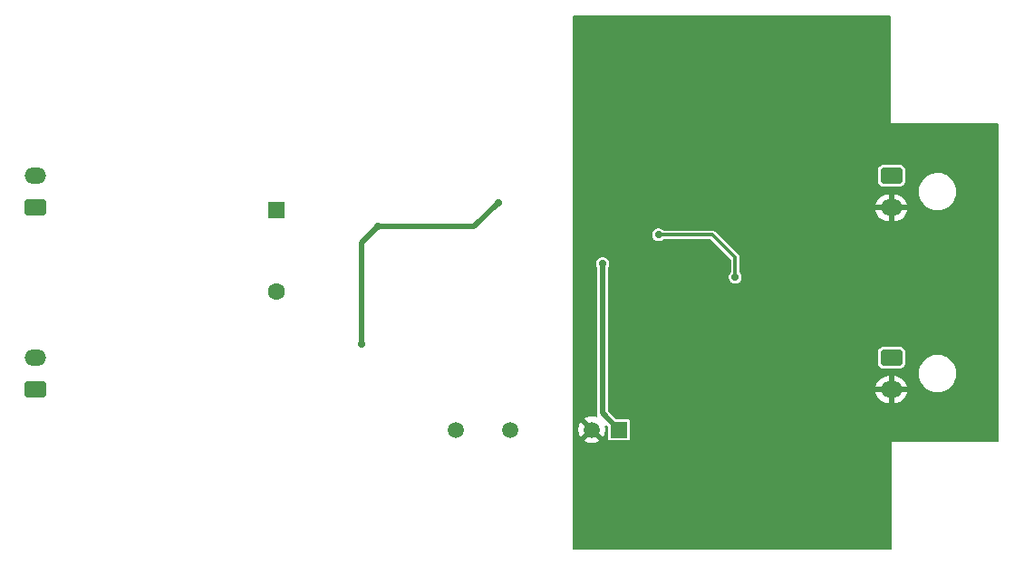
<source format=gbr>
%TF.GenerationSoftware,KiCad,Pcbnew,9.0.2*%
%TF.CreationDate,2025-07-25T15:12:23+08:00*%
%TF.ProjectId,tsal_r_v3,7473616c-5f72-45f7-9633-2e6b69636164,rev?*%
%TF.SameCoordinates,Original*%
%TF.FileFunction,Copper,L2,Bot*%
%TF.FilePolarity,Positive*%
%FSLAX46Y46*%
G04 Gerber Fmt 4.6, Leading zero omitted, Abs format (unit mm)*
G04 Created by KiCad (PCBNEW 9.0.2) date 2025-07-25 15:12:23*
%MOMM*%
%LPD*%
G01*
G04 APERTURE LIST*
G04 Aperture macros list*
%AMRoundRect*
0 Rectangle with rounded corners*
0 $1 Rounding radius*
0 $2 $3 $4 $5 $6 $7 $8 $9 X,Y pos of 4 corners*
0 Add a 4 corners polygon primitive as box body*
4,1,4,$2,$3,$4,$5,$6,$7,$8,$9,$2,$3,0*
0 Add four circle primitives for the rounded corners*
1,1,$1+$1,$2,$3*
1,1,$1+$1,$4,$5*
1,1,$1+$1,$6,$7*
1,1,$1+$1,$8,$9*
0 Add four rect primitives between the rounded corners*
20,1,$1+$1,$2,$3,$4,$5,0*
20,1,$1+$1,$4,$5,$6,$7,0*
20,1,$1+$1,$6,$7,$8,$9,0*
20,1,$1+$1,$8,$9,$2,$3,0*%
G04 Aperture macros list end*
%TA.AperFunction,ComponentPad*%
%ADD10R,1.500000X1.500000*%
%TD*%
%TA.AperFunction,ComponentPad*%
%ADD11C,1.500000*%
%TD*%
%TA.AperFunction,ComponentPad*%
%ADD12RoundRect,0.250001X0.759999X-0.499999X0.759999X0.499999X-0.759999X0.499999X-0.759999X-0.499999X0*%
%TD*%
%TA.AperFunction,ComponentPad*%
%ADD13O,2.020000X1.500000*%
%TD*%
%TA.AperFunction,ComponentPad*%
%ADD14RoundRect,0.250001X-0.759999X0.499999X-0.759999X-0.499999X0.759999X-0.499999X0.759999X0.499999X0*%
%TD*%
%TA.AperFunction,ComponentPad*%
%ADD15RoundRect,0.250000X-0.550000X0.550000X-0.550000X-0.550000X0.550000X-0.550000X0.550000X0.550000X0*%
%TD*%
%TA.AperFunction,ComponentPad*%
%ADD16C,1.600000*%
%TD*%
%TA.AperFunction,ViaPad*%
%ADD17C,0.700000*%
%TD*%
%TA.AperFunction,Conductor*%
%ADD18C,0.500000*%
%TD*%
%TA.AperFunction,Conductor*%
%ADD19C,0.300000*%
%TD*%
G04 APERTURE END LIST*
D10*
%TO.P,U3,1,+Vin*%
%TO.N,VCC*%
X79540000Y-113750000D03*
D11*
%TO.P,U3,2,-Vin*%
%TO.N,GLV-*%
X77000000Y-113750000D03*
%TO.P,U3,4,-Vout*%
%TO.N,GND*%
X69380000Y-113750000D03*
%TO.P,U3,6,+Vout*%
%TO.N,+12V*%
X64300000Y-113750000D03*
%TD*%
D12*
%TO.P,J2,1,Pin_1*%
%TO.N,GND*%
X25000000Y-110000000D03*
D13*
%TO.P,J2,2,Pin_2*%
X25000000Y-107000000D03*
%TD*%
D14*
%TO.P,J3,1,Pin_1*%
%TO.N,GLV+*%
X105000000Y-90000000D03*
D13*
%TO.P,J3,2,Pin_2*%
%TO.N,GLV-*%
X105000000Y-93000000D03*
%TD*%
D12*
%TO.P,J1,1,Pin_1*%
%TO.N,Net-(J1-Pin_1)*%
X25000000Y-93000000D03*
D13*
%TO.P,J1,2,Pin_2*%
X25000000Y-90000000D03*
%TD*%
D15*
%TO.P,D1,1,K*%
%TO.N,/Vin*%
X47500000Y-93250000D03*
D16*
%TO.P,D1,2,A*%
%TO.N,GND*%
X47500000Y-100870000D03*
%TD*%
D14*
%TO.P,J4,1,Pin_1*%
%TO.N,/RED+*%
X105000000Y-107000000D03*
D13*
%TO.P,J4,2,Pin_2*%
%TO.N,GLV-*%
X105000000Y-110000000D03*
%TD*%
D17*
%TO.N,+12V*%
X57000000Y-94730000D03*
X68250000Y-92500000D03*
X55500000Y-105750000D03*
%TO.N,VCC*%
X78015000Y-98230000D03*
%TO.N,GLV-*%
X87500000Y-77500000D03*
X87500000Y-117500000D03*
X102500000Y-82500000D03*
X97500000Y-122500000D03*
X97500000Y-117500000D03*
X87500000Y-122500000D03*
X92500000Y-122500000D03*
X92500000Y-77500000D03*
X82500000Y-85000000D03*
X95000000Y-105000000D03*
X77500000Y-117500000D03*
X97500000Y-77500000D03*
X110000000Y-100000000D03*
X102500000Y-122500000D03*
X87500000Y-85000000D03*
X102500000Y-77500000D03*
X92500000Y-117500000D03*
X82500000Y-117500000D03*
X77400000Y-82400000D03*
X102500000Y-117500000D03*
%TO.N,Net-(U2-R)*%
X83250000Y-95532500D03*
X90405000Y-99500000D03*
%TD*%
D18*
%TO.N,+12V*%
X66020000Y-94730000D02*
X57000000Y-94730000D01*
X55500000Y-96230000D02*
X55500000Y-105750000D01*
X57000000Y-94730000D02*
X55500000Y-96230000D01*
X68250000Y-92500000D02*
X66020000Y-94730000D01*
%TO.N,VCC*%
X78015000Y-112225000D02*
X78015000Y-98230000D01*
X79540000Y-113750000D02*
X78015000Y-112225000D01*
D19*
%TO.N,Net-(U2-R)*%
X83250000Y-95532500D02*
X88282500Y-95532500D01*
X90405000Y-97655000D02*
X90405000Y-99500000D01*
X88282500Y-95532500D02*
X90405000Y-97655000D01*
%TD*%
%TA.AperFunction,Conductor*%
%TO.N,GLV-*%
G36*
X104843039Y-75020185D02*
G01*
X104888794Y-75072989D01*
X104900000Y-75124500D01*
X104900000Y-85100000D01*
X114875500Y-85100000D01*
X114942539Y-85119685D01*
X114988294Y-85172489D01*
X114999500Y-85224000D01*
X114999500Y-114776000D01*
X114979815Y-114843039D01*
X114927011Y-114888794D01*
X114875500Y-114900000D01*
X105000000Y-114900000D01*
X105000000Y-124875500D01*
X104980315Y-124942539D01*
X104927511Y-124988294D01*
X104876000Y-124999500D01*
X75374000Y-124999500D01*
X75306961Y-124979815D01*
X75261206Y-124927011D01*
X75250000Y-124875500D01*
X75250000Y-113651617D01*
X75750000Y-113651617D01*
X75750000Y-113848382D01*
X75780778Y-114042705D01*
X75841581Y-114229835D01*
X75930905Y-114405145D01*
X75956319Y-114440125D01*
X75956320Y-114440125D01*
X76517037Y-113879408D01*
X76534075Y-113942993D01*
X76599901Y-114057007D01*
X76692993Y-114150099D01*
X76807007Y-114215925D01*
X76870590Y-114232962D01*
X76309873Y-114793677D01*
X76309873Y-114793678D01*
X76344858Y-114819096D01*
X76520164Y-114908418D01*
X76707294Y-114969221D01*
X76901618Y-115000000D01*
X77098382Y-115000000D01*
X77292705Y-114969221D01*
X77479835Y-114908418D01*
X77655143Y-114819095D01*
X77690125Y-114793678D01*
X77690126Y-114793678D01*
X77129410Y-114232962D01*
X77192993Y-114215925D01*
X77307007Y-114150099D01*
X77400099Y-114057007D01*
X77465925Y-113942993D01*
X77482962Y-113879409D01*
X78043678Y-114440126D01*
X78043678Y-114440125D01*
X78069095Y-114405143D01*
X78158418Y-114229835D01*
X78219221Y-114042705D01*
X78250000Y-113848382D01*
X78250000Y-113651618D01*
X78219716Y-113460421D01*
X78228670Y-113391127D01*
X78273666Y-113337675D01*
X78340418Y-113317035D01*
X78407731Y-113335759D01*
X78429870Y-113353341D01*
X78499181Y-113422652D01*
X78532666Y-113483975D01*
X78535500Y-113510333D01*
X78535500Y-114525063D01*
X78550266Y-114599301D01*
X78606515Y-114683484D01*
X78640234Y-114706014D01*
X78690699Y-114739734D01*
X78690702Y-114739734D01*
X78690703Y-114739735D01*
X78715666Y-114744700D01*
X78764933Y-114754500D01*
X80315066Y-114754499D01*
X80389301Y-114739734D01*
X80473484Y-114683484D01*
X80529734Y-114599301D01*
X80544500Y-114525067D01*
X80544499Y-112974934D01*
X80529734Y-112900699D01*
X80511068Y-112872765D01*
X80473484Y-112816515D01*
X80423019Y-112782796D01*
X80389301Y-112760266D01*
X80389299Y-112760265D01*
X80389296Y-112760264D01*
X80315071Y-112745500D01*
X80315067Y-112745500D01*
X79300333Y-112745500D01*
X79233294Y-112725815D01*
X79212652Y-112709181D01*
X78555819Y-112052348D01*
X78522334Y-111991025D01*
X78519500Y-111964667D01*
X78519500Y-109750000D01*
X103514016Y-109750000D01*
X104555440Y-109750000D01*
X104524755Y-109803147D01*
X104490000Y-109932857D01*
X104490000Y-110067143D01*
X104524755Y-110196853D01*
X104555440Y-110250000D01*
X103514016Y-110250000D01*
X103520781Y-110292716D01*
X103581581Y-110479837D01*
X103670904Y-110655143D01*
X103786555Y-110814321D01*
X103925678Y-110953444D01*
X104084856Y-111069095D01*
X104260164Y-111158418D01*
X104447294Y-111219221D01*
X104641618Y-111250000D01*
X104750000Y-111250000D01*
X104750000Y-110444560D01*
X104803147Y-110475245D01*
X104932857Y-110510000D01*
X105067143Y-110510000D01*
X105196853Y-110475245D01*
X105250000Y-110444560D01*
X105250000Y-111250000D01*
X105358382Y-111250000D01*
X105552705Y-111219221D01*
X105739835Y-111158418D01*
X105915143Y-111069095D01*
X106074321Y-110953444D01*
X106213444Y-110814321D01*
X106329095Y-110655143D01*
X106418418Y-110479837D01*
X106479218Y-110292716D01*
X106485984Y-110250000D01*
X105444560Y-110250000D01*
X105475245Y-110196853D01*
X105510000Y-110067143D01*
X105510000Y-109932857D01*
X105475245Y-109803147D01*
X105444560Y-109750000D01*
X106485984Y-109750000D01*
X106479218Y-109707283D01*
X106418418Y-109520162D01*
X106329095Y-109344856D01*
X106213444Y-109185678D01*
X106074321Y-109046555D01*
X105915143Y-108930904D01*
X105739835Y-108841581D01*
X105552705Y-108780778D01*
X105358382Y-108750000D01*
X105250000Y-108750000D01*
X105250000Y-109555439D01*
X105196853Y-109524755D01*
X105067143Y-109490000D01*
X104932857Y-109490000D01*
X104803147Y-109524755D01*
X104750000Y-109555439D01*
X104750000Y-108750000D01*
X104641618Y-108750000D01*
X104447294Y-108780778D01*
X104260164Y-108841581D01*
X104084856Y-108930904D01*
X103925678Y-109046555D01*
X103786555Y-109185678D01*
X103670904Y-109344856D01*
X103581581Y-109520162D01*
X103520781Y-109707283D01*
X103514016Y-109750000D01*
X78519500Y-109750000D01*
X78519500Y-108385258D01*
X107569500Y-108385258D01*
X107569500Y-108614741D01*
X107587308Y-108750000D01*
X107599452Y-108842238D01*
X107599453Y-108842240D01*
X107658842Y-109063887D01*
X107746650Y-109275876D01*
X107746657Y-109275890D01*
X107861392Y-109474617D01*
X108001081Y-109656661D01*
X108001089Y-109656670D01*
X108163330Y-109818911D01*
X108163338Y-109818918D01*
X108345382Y-109958607D01*
X108345385Y-109958608D01*
X108345388Y-109958611D01*
X108544112Y-110073344D01*
X108544117Y-110073346D01*
X108544123Y-110073349D01*
X108635480Y-110111190D01*
X108756113Y-110161158D01*
X108977762Y-110220548D01*
X109205266Y-110250500D01*
X109205273Y-110250500D01*
X109434727Y-110250500D01*
X109434734Y-110250500D01*
X109662238Y-110220548D01*
X109883887Y-110161158D01*
X110095888Y-110073344D01*
X110294612Y-109958611D01*
X110476661Y-109818919D01*
X110476665Y-109818914D01*
X110476670Y-109818911D01*
X110638911Y-109656670D01*
X110638914Y-109656665D01*
X110638919Y-109656661D01*
X110778611Y-109474612D01*
X110893344Y-109275888D01*
X110981158Y-109063887D01*
X111040548Y-108842238D01*
X111070500Y-108614734D01*
X111070500Y-108385266D01*
X111040548Y-108157762D01*
X110981158Y-107936113D01*
X110931190Y-107815480D01*
X110893349Y-107724123D01*
X110893346Y-107724117D01*
X110893344Y-107724112D01*
X110778611Y-107525388D01*
X110778608Y-107525385D01*
X110778607Y-107525382D01*
X110638918Y-107343338D01*
X110638911Y-107343330D01*
X110476670Y-107181089D01*
X110476661Y-107181081D01*
X110294617Y-107041392D01*
X110095890Y-106926657D01*
X110095876Y-106926650D01*
X109883887Y-106838842D01*
X109662238Y-106779452D01*
X109624215Y-106774446D01*
X109434741Y-106749500D01*
X109434734Y-106749500D01*
X109205266Y-106749500D01*
X109205258Y-106749500D01*
X108988715Y-106778009D01*
X108977762Y-106779452D01*
X108884076Y-106804554D01*
X108756112Y-106838842D01*
X108544123Y-106926650D01*
X108544109Y-106926657D01*
X108345382Y-107041392D01*
X108163338Y-107181081D01*
X108001081Y-107343338D01*
X107861392Y-107525382D01*
X107746657Y-107724109D01*
X107746650Y-107724123D01*
X107658842Y-107936112D01*
X107599453Y-108157759D01*
X107599451Y-108157770D01*
X107569500Y-108385258D01*
X78519500Y-108385258D01*
X78519500Y-106451729D01*
X103735500Y-106451729D01*
X103735500Y-107548270D01*
X103741959Y-107608338D01*
X103741962Y-107608349D01*
X103792655Y-107744261D01*
X103792656Y-107744264D01*
X103792658Y-107744267D01*
X103821747Y-107783126D01*
X103879595Y-107860404D01*
X103937443Y-107903707D01*
X103995733Y-107947342D01*
X103995737Y-107947343D01*
X103995738Y-107947344D01*
X104131650Y-107998037D01*
X104131653Y-107998037D01*
X104131659Y-107998040D01*
X104144047Y-107999371D01*
X104191729Y-108004499D01*
X104191746Y-108004500D01*
X105808254Y-108004500D01*
X105808270Y-108004499D01*
X105849757Y-108000037D01*
X105868341Y-107998040D01*
X106004267Y-107947342D01*
X106120404Y-107860404D01*
X106207342Y-107744267D01*
X106258040Y-107608341D01*
X106260037Y-107589757D01*
X106264499Y-107548270D01*
X106264500Y-107548253D01*
X106264500Y-106451746D01*
X106264499Y-106451729D01*
X106258040Y-106391661D01*
X106258040Y-106391659D01*
X106207342Y-106255733D01*
X106163707Y-106197443D01*
X106120404Y-106139595D01*
X106043126Y-106081747D01*
X106004267Y-106052658D01*
X106004264Y-106052656D01*
X106004261Y-106052655D01*
X105868349Y-106001962D01*
X105868338Y-106001959D01*
X105808270Y-105995500D01*
X105808254Y-105995500D01*
X104191746Y-105995500D01*
X104191729Y-105995500D01*
X104131661Y-106001959D01*
X104131650Y-106001962D01*
X103995738Y-106052655D01*
X103995730Y-106052660D01*
X103879595Y-106139595D01*
X103792660Y-106255730D01*
X103792655Y-106255738D01*
X103741962Y-106391650D01*
X103741959Y-106391661D01*
X103735500Y-106451729D01*
X78519500Y-106451729D01*
X78519500Y-98598404D01*
X78536114Y-98536403D01*
X78578301Y-98463333D01*
X78578302Y-98463332D01*
X78578302Y-98463330D01*
X78578304Y-98463328D01*
X78619500Y-98309584D01*
X78619500Y-98150416D01*
X78578304Y-97996672D01*
X78498720Y-97858828D01*
X78386172Y-97746280D01*
X78386171Y-97746279D01*
X78386168Y-97746277D01*
X78248330Y-97666697D01*
X78248329Y-97666696D01*
X78209892Y-97656397D01*
X78094584Y-97625500D01*
X77935416Y-97625500D01*
X77843169Y-97650217D01*
X77781670Y-97666696D01*
X77781669Y-97666697D01*
X77643831Y-97746277D01*
X77643826Y-97746281D01*
X77531281Y-97858826D01*
X77531277Y-97858831D01*
X77451697Y-97996669D01*
X77451696Y-97996670D01*
X77431098Y-98073544D01*
X77410500Y-98150416D01*
X77410500Y-98309584D01*
X77448318Y-98450723D01*
X77451697Y-98463332D01*
X77451698Y-98463333D01*
X77493886Y-98536403D01*
X77510500Y-98598404D01*
X77510500Y-112291419D01*
X77542413Y-112410522D01*
X77540751Y-112480371D01*
X77501589Y-112538234D01*
X77437360Y-112565738D01*
X77384321Y-112560546D01*
X77292705Y-112530778D01*
X77098382Y-112500000D01*
X76901618Y-112500000D01*
X76707294Y-112530778D01*
X76520161Y-112591582D01*
X76344863Y-112680899D01*
X76344859Y-112680902D01*
X76309873Y-112706320D01*
X76309872Y-112706320D01*
X76870590Y-113267037D01*
X76807007Y-113284075D01*
X76692993Y-113349901D01*
X76599901Y-113442993D01*
X76534075Y-113557007D01*
X76517037Y-113620590D01*
X75956320Y-113059872D01*
X75956320Y-113059873D01*
X75930902Y-113094859D01*
X75930899Y-113094863D01*
X75841582Y-113270161D01*
X75780778Y-113457294D01*
X75750000Y-113651617D01*
X75250000Y-113651617D01*
X75250000Y-95452916D01*
X82645500Y-95452916D01*
X82645500Y-95612084D01*
X82676397Y-95727392D01*
X82686696Y-95765829D01*
X82686697Y-95765830D01*
X82766277Y-95903668D01*
X82766279Y-95903671D01*
X82766280Y-95903672D01*
X82878828Y-96016220D01*
X83016672Y-96095804D01*
X83170416Y-96137000D01*
X83170419Y-96137000D01*
X83329581Y-96137000D01*
X83329584Y-96137000D01*
X83483328Y-96095804D01*
X83621172Y-96016220D01*
X83664073Y-95973319D01*
X83725396Y-95939834D01*
X83751754Y-95937000D01*
X88063589Y-95937000D01*
X88130628Y-95956685D01*
X88151270Y-95973319D01*
X89964181Y-97786230D01*
X89997666Y-97847553D01*
X90000500Y-97873911D01*
X90000500Y-98998246D01*
X89980815Y-99065285D01*
X89964181Y-99085927D01*
X89921281Y-99128826D01*
X89921277Y-99128831D01*
X89841697Y-99266669D01*
X89841696Y-99266670D01*
X89821098Y-99343544D01*
X89800500Y-99420416D01*
X89800500Y-99579584D01*
X89831397Y-99694892D01*
X89841696Y-99733329D01*
X89841697Y-99733330D01*
X89921277Y-99871168D01*
X89921279Y-99871171D01*
X89921280Y-99871172D01*
X90033828Y-99983720D01*
X90171672Y-100063304D01*
X90325416Y-100104500D01*
X90325419Y-100104500D01*
X90484581Y-100104500D01*
X90484584Y-100104500D01*
X90638328Y-100063304D01*
X90776172Y-99983720D01*
X90888720Y-99871172D01*
X90968304Y-99733328D01*
X91009500Y-99579584D01*
X91009500Y-99420416D01*
X90968304Y-99266672D01*
X90888720Y-99128828D01*
X90845819Y-99085927D01*
X90812334Y-99024604D01*
X90809500Y-98998246D01*
X90809500Y-97601749D01*
X90809500Y-97601747D01*
X90781934Y-97498869D01*
X90781934Y-97498868D01*
X90728680Y-97406631D01*
X88530869Y-95208820D01*
X88438631Y-95155566D01*
X88335753Y-95128000D01*
X88335752Y-95128000D01*
X83751754Y-95128000D01*
X83684715Y-95108315D01*
X83664073Y-95091681D01*
X83621173Y-95048781D01*
X83621168Y-95048777D01*
X83483330Y-94969197D01*
X83483329Y-94969196D01*
X83444892Y-94958897D01*
X83329584Y-94928000D01*
X83170416Y-94928000D01*
X83078169Y-94952717D01*
X83016670Y-94969196D01*
X83016669Y-94969197D01*
X82878831Y-95048777D01*
X82878826Y-95048781D01*
X82766281Y-95161326D01*
X82766277Y-95161331D01*
X82686697Y-95299169D01*
X82686696Y-95299170D01*
X82666098Y-95376044D01*
X82645500Y-95452916D01*
X75250000Y-95452916D01*
X75250000Y-92750000D01*
X103514016Y-92750000D01*
X104555440Y-92750000D01*
X104524755Y-92803147D01*
X104490000Y-92932857D01*
X104490000Y-93067143D01*
X104524755Y-93196853D01*
X104555440Y-93250000D01*
X103514016Y-93250000D01*
X103520781Y-93292716D01*
X103581581Y-93479837D01*
X103670904Y-93655143D01*
X103786555Y-93814321D01*
X103925678Y-93953444D01*
X104084856Y-94069095D01*
X104260164Y-94158418D01*
X104447294Y-94219221D01*
X104641618Y-94250000D01*
X104750000Y-94250000D01*
X104750000Y-93444560D01*
X104803147Y-93475245D01*
X104932857Y-93510000D01*
X105067143Y-93510000D01*
X105196853Y-93475245D01*
X105250000Y-93444560D01*
X105250000Y-94250000D01*
X105358382Y-94250000D01*
X105552705Y-94219221D01*
X105739835Y-94158418D01*
X105915143Y-94069095D01*
X106074321Y-93953444D01*
X106213444Y-93814321D01*
X106329095Y-93655143D01*
X106418418Y-93479837D01*
X106479218Y-93292716D01*
X106485984Y-93250000D01*
X105444560Y-93250000D01*
X105475245Y-93196853D01*
X105510000Y-93067143D01*
X105510000Y-92932857D01*
X105475245Y-92803147D01*
X105444560Y-92750000D01*
X106485984Y-92750000D01*
X106479218Y-92707283D01*
X106418418Y-92520162D01*
X106329095Y-92344856D01*
X106213444Y-92185678D01*
X106074321Y-92046555D01*
X105915143Y-91930904D01*
X105739835Y-91841581D01*
X105552705Y-91780778D01*
X105358382Y-91750000D01*
X105250000Y-91750000D01*
X105250000Y-92555439D01*
X105196853Y-92524755D01*
X105067143Y-92490000D01*
X104932857Y-92490000D01*
X104803147Y-92524755D01*
X104750000Y-92555439D01*
X104750000Y-91750000D01*
X104641618Y-91750000D01*
X104447294Y-91780778D01*
X104260164Y-91841581D01*
X104084856Y-91930904D01*
X103925678Y-92046555D01*
X103786555Y-92185678D01*
X103670904Y-92344856D01*
X103581581Y-92520162D01*
X103520781Y-92707283D01*
X103514016Y-92750000D01*
X75250000Y-92750000D01*
X75250000Y-91385258D01*
X107569500Y-91385258D01*
X107569500Y-91614741D01*
X107587308Y-91750000D01*
X107599452Y-91842238D01*
X107599453Y-91842240D01*
X107658842Y-92063887D01*
X107746650Y-92275876D01*
X107746657Y-92275890D01*
X107861392Y-92474617D01*
X108001081Y-92656661D01*
X108001089Y-92656670D01*
X108163330Y-92818911D01*
X108163338Y-92818918D01*
X108345382Y-92958607D01*
X108345385Y-92958608D01*
X108345388Y-92958611D01*
X108544112Y-93073344D01*
X108544117Y-93073346D01*
X108544123Y-93073349D01*
X108635480Y-93111190D01*
X108756113Y-93161158D01*
X108977762Y-93220548D01*
X109205266Y-93250500D01*
X109205273Y-93250500D01*
X109434727Y-93250500D01*
X109434734Y-93250500D01*
X109662238Y-93220548D01*
X109883887Y-93161158D01*
X110095888Y-93073344D01*
X110294612Y-92958611D01*
X110476661Y-92818919D01*
X110476665Y-92818914D01*
X110476670Y-92818911D01*
X110638911Y-92656670D01*
X110638914Y-92656665D01*
X110638919Y-92656661D01*
X110778611Y-92474612D01*
X110893344Y-92275888D01*
X110981158Y-92063887D01*
X111040548Y-91842238D01*
X111070500Y-91614734D01*
X111070500Y-91385266D01*
X111040548Y-91157762D01*
X110981158Y-90936113D01*
X110931190Y-90815480D01*
X110893349Y-90724123D01*
X110893346Y-90724117D01*
X110893344Y-90724112D01*
X110778611Y-90525388D01*
X110778608Y-90525385D01*
X110778607Y-90525382D01*
X110638918Y-90343338D01*
X110638911Y-90343330D01*
X110476670Y-90181089D01*
X110476661Y-90181081D01*
X110294617Y-90041392D01*
X110095890Y-89926657D01*
X110095876Y-89926650D01*
X109883887Y-89838842D01*
X109662238Y-89779452D01*
X109624215Y-89774446D01*
X109434741Y-89749500D01*
X109434734Y-89749500D01*
X109205266Y-89749500D01*
X109205258Y-89749500D01*
X108988715Y-89778009D01*
X108977762Y-89779452D01*
X108884076Y-89804554D01*
X108756112Y-89838842D01*
X108544123Y-89926650D01*
X108544109Y-89926657D01*
X108345382Y-90041392D01*
X108163338Y-90181081D01*
X108001081Y-90343338D01*
X107861392Y-90525382D01*
X107746657Y-90724109D01*
X107746650Y-90724123D01*
X107658842Y-90936112D01*
X107599453Y-91157759D01*
X107599451Y-91157770D01*
X107569500Y-91385258D01*
X75250000Y-91385258D01*
X75250000Y-89451729D01*
X103735500Y-89451729D01*
X103735500Y-90548270D01*
X103741959Y-90608338D01*
X103741962Y-90608349D01*
X103792655Y-90744261D01*
X103792656Y-90744264D01*
X103792658Y-90744267D01*
X103821747Y-90783126D01*
X103879595Y-90860404D01*
X103937443Y-90903707D01*
X103995733Y-90947342D01*
X103995737Y-90947343D01*
X103995738Y-90947344D01*
X104131650Y-90998037D01*
X104131653Y-90998037D01*
X104131659Y-90998040D01*
X104144047Y-90999371D01*
X104191729Y-91004499D01*
X104191746Y-91004500D01*
X105808254Y-91004500D01*
X105808270Y-91004499D01*
X105849757Y-91000037D01*
X105868341Y-90998040D01*
X106004267Y-90947342D01*
X106120404Y-90860404D01*
X106207342Y-90744267D01*
X106258040Y-90608341D01*
X106260037Y-90589757D01*
X106264499Y-90548270D01*
X106264500Y-90548253D01*
X106264500Y-89451746D01*
X106264499Y-89451729D01*
X106258040Y-89391661D01*
X106258040Y-89391659D01*
X106207342Y-89255733D01*
X106163707Y-89197443D01*
X106120404Y-89139595D01*
X106043126Y-89081747D01*
X106004267Y-89052658D01*
X106004264Y-89052656D01*
X106004261Y-89052655D01*
X105868349Y-89001962D01*
X105868338Y-89001959D01*
X105808270Y-88995500D01*
X105808254Y-88995500D01*
X104191746Y-88995500D01*
X104191729Y-88995500D01*
X104131661Y-89001959D01*
X104131650Y-89001962D01*
X103995738Y-89052655D01*
X103995730Y-89052660D01*
X103879595Y-89139595D01*
X103792660Y-89255730D01*
X103792655Y-89255738D01*
X103741962Y-89391650D01*
X103741959Y-89391661D01*
X103735500Y-89451729D01*
X75250000Y-89451729D01*
X75250000Y-75124500D01*
X75269685Y-75057461D01*
X75322489Y-75011706D01*
X75374000Y-75000500D01*
X104776000Y-75000500D01*
X104843039Y-75020185D01*
G37*
%TD.AperFunction*%
%TD*%
M02*

</source>
